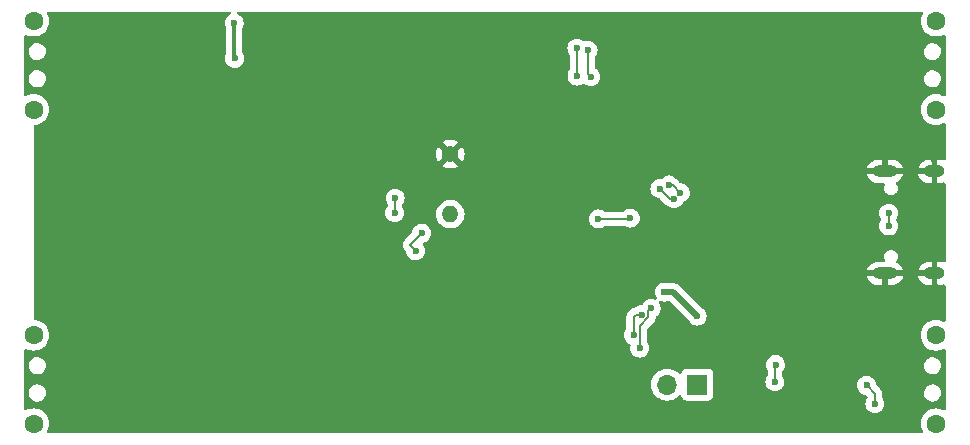
<source format=gbr>
%TF.GenerationSoftware,KiCad,Pcbnew,7.0.9*%
%TF.CreationDate,2023-12-04T16:41:43+01:00*%
%TF.ProjectId,USB E-Paper thing,55534220-452d-4506-9170-657220746869,rev?*%
%TF.SameCoordinates,Original*%
%TF.FileFunction,Copper,L2,Bot*%
%TF.FilePolarity,Positive*%
%FSLAX46Y46*%
G04 Gerber Fmt 4.6, Leading zero omitted, Abs format (unit mm)*
G04 Created by KiCad (PCBNEW 7.0.9) date 2023-12-04 16:41:43*
%MOMM*%
%LPD*%
G01*
G04 APERTURE LIST*
%TA.AperFunction,ComponentPad*%
%ADD10C,1.600000*%
%TD*%
%TA.AperFunction,ComponentPad*%
%ADD11C,1.400000*%
%TD*%
%TA.AperFunction,ComponentPad*%
%ADD12O,1.400000X1.400000*%
%TD*%
%TA.AperFunction,ComponentPad*%
%ADD13O,2.100000X1.000000*%
%TD*%
%TA.AperFunction,ComponentPad*%
%ADD14O,1.800000X1.000000*%
%TD*%
%TA.AperFunction,ComponentPad*%
%ADD15R,1.700000X1.700000*%
%TD*%
%TA.AperFunction,ComponentPad*%
%ADD16O,1.700000X1.700000*%
%TD*%
%TA.AperFunction,ViaPad*%
%ADD17C,0.600000*%
%TD*%
%TA.AperFunction,Conductor*%
%ADD18C,0.500000*%
%TD*%
%TA.AperFunction,Conductor*%
%ADD19C,0.300000*%
%TD*%
%TA.AperFunction,Conductor*%
%ADD20C,0.200000*%
%TD*%
G04 APERTURE END LIST*
D10*
%TO.P,SW3,*%
%TO.N,*%
X77700000Y35400000D03*
X77700000Y27900000D03*
%TD*%
D11*
%TO.P,TH1,1*%
%TO.N,GND*%
X36576000Y24130000D03*
D12*
%TO.P,TH1,2*%
%TO.N,Net-(U3-TEMP)*%
X36576000Y19050000D03*
%TD*%
D10*
%TO.P,SW4,*%
%TO.N,*%
X77700000Y8800000D03*
X77700000Y1300000D03*
%TD*%
%TO.P,SW1,*%
%TO.N,*%
X1300000Y27900000D03*
X1300000Y35400000D03*
%TD*%
%TO.P,SW2,*%
%TO.N,*%
X1300000Y1300000D03*
X1300000Y8800000D03*
%TD*%
D13*
%TO.P,J6,S1,SHIELD*%
%TO.N,GND*%
X73365000Y14030000D03*
D14*
X77565000Y14030000D03*
D13*
X73365000Y22670000D03*
D14*
X77565000Y22670000D03*
%TD*%
D15*
%TO.P,J8,1,Pin_1*%
%TO.N,Net-(J8-Pin_1)*%
X57480000Y4620000D03*
D16*
%TO.P,J8,2,Pin_2*%
%TO.N,+3V0*%
X54940000Y4620000D03*
%TD*%
D17*
%TO.N,GND*%
X65620000Y16080000D03*
X66320000Y15450000D03*
X68410000Y15570000D03*
X69130000Y15400000D03*
X58423000Y24266752D03*
X71020000Y14470000D03*
X40470000Y8090000D03*
X71800000Y9540000D03*
X56250000Y25220000D03*
X17580000Y21140000D03*
X52510000Y12040000D03*
X14300000Y22840000D03*
X58668790Y22613499D03*
X60450000Y2250000D03*
X15787009Y11920000D03*
X11150000Y20500000D03*
X42090000Y31310000D03*
X68420000Y27570000D03*
X71010000Y15190000D03*
X14170000Y14080000D03*
X42100524Y30670923D03*
X66220000Y8360000D03*
X53500000Y30210000D03*
X41570000Y18440000D03*
X71690000Y15220000D03*
X60510000Y11020000D03*
X46340000Y21410000D03*
X77550000Y23700000D03*
X71790000Y8590000D03*
X70970000Y22280000D03*
X56189110Y21980599D03*
X59970000Y8130000D03*
X72810000Y12200000D03*
X71610000Y21550000D03*
X65270013Y8180013D03*
X46070000Y26000000D03*
X66720000Y24000000D03*
X65270000Y13700000D03*
X21860000Y12000000D03*
X11180000Y15480000D03*
X63944000Y20998000D03*
X72562646Y24417354D03*
X70980000Y21540000D03*
X66230000Y9330000D03*
X77600000Y12970000D03*
X61433000Y15070000D03*
X70900026Y18360026D03*
X21110000Y3760000D03*
X23590000Y24070000D03*
X14310000Y25100000D03*
X52817764Y19980233D03*
X14217354Y20577354D03*
X47240000Y27380000D03*
X37870000Y8630000D03*
X50999340Y21690000D03*
X46850000Y7220000D03*
X52690000Y30210000D03*
X44550000Y8230000D03*
X43240000Y3780000D03*
X42550000Y8260000D03*
%TO.N,+3V0*%
X18270000Y35230000D03*
X18320000Y32232000D03*
X54700002Y12454066D03*
X57470000Y10410000D03*
%TO.N,/VBUS*%
X71810000Y4562500D03*
X72520000Y2980000D03*
X64054648Y4855574D03*
X64110000Y6300000D03*
%TO.N,/WAKEUP*%
X51810000Y18720000D03*
X49113663Y18641379D03*
%TO.N,+BATT*%
X47300000Y30740002D03*
X47280000Y33101000D03*
%TO.N,/SCLK*%
X31900000Y20400000D03*
X31860000Y19170000D03*
%TO.N,/NRST*%
X55506309Y20362659D03*
X54315380Y21199038D03*
X53580000Y11080000D03*
X52610000Y7700000D03*
%TO.N,Net-(U3-TEMP)*%
X48460000Y30687341D03*
X48230000Y32930000D03*
%TO.N,/VBUS_PRESENT*%
X56053964Y20851960D03*
X55080000Y21519998D03*
%TO.N,/Power/USB_IN_D+*%
X73693000Y18048724D03*
X73692418Y19127000D03*
%TO.N,Net-(U1-PA14)*%
X52083000Y8801574D03*
X52790000Y10550000D03*
%TO.N,/~{CS}*%
X34150000Y17450000D03*
X33633709Y15953768D03*
%TD*%
D18*
%TO.N,+3V0*%
X55425934Y12454066D02*
X54700002Y12454066D01*
D19*
X18270000Y35230000D02*
X18270000Y32282000D01*
X18270000Y32282000D02*
X18320000Y32232000D01*
D18*
X57470000Y10410000D02*
X55425934Y12454066D01*
D20*
%TO.N,/VBUS*%
X72520000Y3852500D02*
X71810000Y4562500D01*
X72520000Y2980000D02*
X72520000Y3852500D01*
X64054648Y6244648D02*
X64110000Y6300000D01*
X64054648Y4855574D02*
X64054648Y6244648D01*
%TO.N,/WAKEUP*%
X49113663Y18641379D02*
X51731379Y18641379D01*
X51731379Y18641379D02*
X51810000Y18720000D01*
%TO.N,+BATT*%
X47280000Y30760002D02*
X47300000Y30740002D01*
X47280000Y33101000D02*
X47280000Y30760002D01*
%TO.N,/SCLK*%
X31860000Y20360000D02*
X31900000Y20400000D01*
X31860000Y19170000D02*
X31860000Y20360000D01*
%TO.N,/NRST*%
X53350000Y10850000D02*
X53350000Y10310000D01*
X53350000Y10310000D02*
X52610000Y9570000D01*
X53580000Y11080000D02*
X53350000Y10850000D01*
X54315380Y21199038D02*
X55151759Y20362659D01*
X52610000Y9570000D02*
X52610000Y7700000D01*
X55151759Y20362659D02*
X55506309Y20362659D01*
%TO.N,Net-(U3-TEMP)*%
X48230000Y32930000D02*
X48230000Y30917341D01*
X48230000Y30917341D02*
X48460000Y30687341D01*
%TO.N,/VBUS_PRESENT*%
X55385926Y21519998D02*
X55080000Y21519998D01*
X56053964Y20851960D02*
X55385926Y21519998D01*
%TO.N,/Power/USB_IN_D+*%
X73692418Y18049306D02*
X73693000Y18048724D01*
X73692418Y19127000D02*
X73692418Y18049306D01*
%TO.N,Net-(U1-PA14)*%
X52790000Y10550000D02*
X52279000Y10550000D01*
X52279000Y10550000D02*
X52083000Y10354000D01*
X52083000Y10354000D02*
X52083000Y8801574D01*
%TO.N,/~{CS}*%
X33160000Y16460000D02*
X34150000Y17450000D01*
X33633709Y15953768D02*
X33160000Y16427477D01*
X33160000Y16427477D02*
X33160000Y16460000D01*
%TD*%
%TA.AperFunction,Conductor*%
%TO.N,GND*%
G36*
X17954190Y36179815D02*
G01*
X17999945Y36127011D01*
X18009889Y36057853D01*
X17980864Y35994297D01*
X17928105Y35958458D01*
X17920478Y35955790D01*
X17767737Y35859816D01*
X17640184Y35732263D01*
X17544211Y35579524D01*
X17484631Y35409255D01*
X17484630Y35409250D01*
X17464435Y35230004D01*
X17464435Y35229997D01*
X17484630Y35050751D01*
X17484631Y35050746D01*
X17544211Y34880476D01*
X17600493Y34790906D01*
X17619500Y34724933D01*
X17619500Y32657493D01*
X17600494Y32591522D01*
X17594209Y32581521D01*
X17534633Y32411263D01*
X17534630Y32411250D01*
X17514435Y32232004D01*
X17514435Y32231997D01*
X17534630Y32052751D01*
X17534631Y32052746D01*
X17594211Y31882477D01*
X17690184Y31729738D01*
X17817738Y31602184D01*
X17970478Y31506211D01*
X18140745Y31446632D01*
X18140750Y31446631D01*
X18319996Y31426435D01*
X18320000Y31426435D01*
X18320004Y31426435D01*
X18499249Y31446631D01*
X18499252Y31446632D01*
X18499255Y31446632D01*
X18669522Y31506211D01*
X18822262Y31602184D01*
X18949816Y31729738D01*
X19045789Y31882478D01*
X19105368Y32052745D01*
X19105369Y32052751D01*
X19125565Y32231997D01*
X19125565Y32232004D01*
X19105369Y32411250D01*
X19105368Y32411255D01*
X19097136Y32434781D01*
X19045789Y32581522D01*
X19040141Y32590510D01*
X18949813Y32734266D01*
X18947550Y32737104D01*
X18946659Y32739285D01*
X18946111Y32740158D01*
X18946264Y32740255D01*
X18921144Y32801791D01*
X18920500Y32814413D01*
X18920500Y33100997D01*
X46474435Y33100997D01*
X46494630Y32921751D01*
X46494631Y32921746D01*
X46554211Y32751477D01*
X46650185Y32598737D01*
X46652445Y32595903D01*
X46653334Y32593725D01*
X46653889Y32592842D01*
X46653734Y32592745D01*
X46678855Y32531217D01*
X46679500Y32518588D01*
X46679500Y31292815D01*
X46660494Y31226843D01*
X46574211Y31089526D01*
X46514631Y30919257D01*
X46514630Y30919252D01*
X46494435Y30740006D01*
X46494435Y30739999D01*
X46514630Y30560753D01*
X46514631Y30560748D01*
X46574211Y30390479D01*
X46670184Y30237740D01*
X46797738Y30110186D01*
X46950478Y30014213D01*
X47120745Y29954634D01*
X47120750Y29954633D01*
X47299996Y29934437D01*
X47300000Y29934437D01*
X47300004Y29934437D01*
X47479249Y29954633D01*
X47479252Y29954634D01*
X47479255Y29954634D01*
X47649522Y30014213D01*
X47781673Y30097250D01*
X47848909Y30116250D01*
X47915744Y30095883D01*
X47935326Y30079937D01*
X47957738Y30057525D01*
X48026667Y30014214D01*
X48051290Y29998742D01*
X48110478Y29961552D01*
X48280745Y29901973D01*
X48280750Y29901972D01*
X48459996Y29881776D01*
X48460000Y29881776D01*
X48460004Y29881776D01*
X48639249Y29901972D01*
X48639252Y29901973D01*
X48639255Y29901973D01*
X48809522Y29961552D01*
X48962262Y30057525D01*
X49089816Y30185079D01*
X49185789Y30337819D01*
X49227678Y30457531D01*
X76670796Y30457531D01*
X76670797Y30457529D01*
X76700245Y30290515D01*
X76700246Y30290512D01*
X76700247Y30290508D01*
X76723009Y30237740D01*
X76767421Y30134781D01*
X76785730Y30110187D01*
X76868698Y29998742D01*
X76998617Y29889727D01*
X77150175Y29813612D01*
X77315201Y29774500D01*
X77315203Y29774500D01*
X77442249Y29774500D01*
X77442256Y29774500D01*
X77568451Y29789250D01*
X77727820Y29847256D01*
X77869517Y29940451D01*
X77985902Y30063812D01*
X78070701Y30210688D01*
X78119342Y30373161D01*
X78129203Y30542471D01*
X78099753Y30709492D01*
X78032579Y30865219D01*
X77931302Y31001258D01*
X77801383Y31110273D01*
X77800066Y31110935D01*
X77649828Y31186387D01*
X77649826Y31186388D01*
X77649825Y31186388D01*
X77484799Y31225500D01*
X77357744Y31225500D01*
X77247323Y31212594D01*
X77231548Y31210750D01*
X77072181Y31152745D01*
X77007607Y31110274D01*
X76930483Y31059549D01*
X76930482Y31059549D01*
X76930482Y31059548D01*
X76814098Y30936190D01*
X76729300Y30789315D01*
X76680658Y30626841D01*
X76680657Y30626835D01*
X76670796Y30457531D01*
X49227678Y30457531D01*
X49245368Y30508086D01*
X49245369Y30508092D01*
X49265565Y30687338D01*
X49265565Y30687345D01*
X49245369Y30866591D01*
X49245368Y30866596D01*
X49198249Y31001255D01*
X49185789Y31036863D01*
X49171534Y31059549D01*
X49112975Y31152745D01*
X49089816Y31189603D01*
X48962262Y31317157D01*
X48962259Y31317159D01*
X48888527Y31363489D01*
X48842236Y31415824D01*
X48830500Y31468482D01*
X48830500Y32347588D01*
X48850185Y32414627D01*
X48857555Y32424903D01*
X48859810Y32427733D01*
X48859816Y32427738D01*
X48955789Y32580478D01*
X49015368Y32750745D01*
X49015369Y32750751D01*
X49016133Y32757529D01*
X76670797Y32757529D01*
X76700245Y32590515D01*
X76700246Y32590512D01*
X76700247Y32590508D01*
X76767421Y32434781D01*
X76868698Y32298742D01*
X76998617Y32189727D01*
X77150175Y32113612D01*
X77315201Y32074500D01*
X77315203Y32074500D01*
X77442249Y32074500D01*
X77442256Y32074500D01*
X77568451Y32089250D01*
X77727820Y32147256D01*
X77869517Y32240451D01*
X77985902Y32363812D01*
X78070701Y32510688D01*
X78119342Y32673161D01*
X78129203Y32842471D01*
X78099753Y33009492D01*
X78032579Y33165219D01*
X77931302Y33301258D01*
X77801383Y33410273D01*
X77757597Y33432263D01*
X77649828Y33486387D01*
X77649826Y33486388D01*
X77649825Y33486388D01*
X77484799Y33525500D01*
X77357744Y33525500D01*
X77247323Y33512594D01*
X77231548Y33510750D01*
X77072181Y33452745D01*
X77041040Y33432263D01*
X76930483Y33359549D01*
X76930482Y33359549D01*
X76930482Y33359548D01*
X76814098Y33236190D01*
X76729300Y33089315D01*
X76680658Y32926841D01*
X76680657Y32926835D01*
X76670797Y32757532D01*
X76670797Y32757529D01*
X49016133Y32757529D01*
X49035565Y32929997D01*
X49035565Y32930004D01*
X49015369Y33109250D01*
X49015368Y33109255D01*
X48970952Y33236188D01*
X48955789Y33279522D01*
X48955328Y33280255D01*
X48905505Y33359549D01*
X48859816Y33432262D01*
X48732262Y33559816D01*
X48579523Y33655789D01*
X48409254Y33715369D01*
X48409249Y33715370D01*
X48230004Y33735565D01*
X48229996Y33735565D01*
X48050750Y33715370D01*
X48050742Y33715368D01*
X47936840Y33675512D01*
X47867061Y33671951D01*
X47808205Y33704873D01*
X47782262Y33730816D01*
X47629523Y33826789D01*
X47459254Y33886369D01*
X47459249Y33886370D01*
X47280004Y33906565D01*
X47279996Y33906565D01*
X47100750Y33886370D01*
X47100745Y33886369D01*
X46930476Y33826789D01*
X46777737Y33730816D01*
X46650184Y33603263D01*
X46554211Y33450524D01*
X46494631Y33280255D01*
X46494630Y33280250D01*
X46474435Y33101004D01*
X46474435Y33100997D01*
X18920500Y33100997D01*
X18920500Y34724933D01*
X18939507Y34790906D01*
X18995788Y34880476D01*
X18995789Y34880478D01*
X19055368Y35050745D01*
X19069177Y35173303D01*
X19075565Y35229997D01*
X19075565Y35230004D01*
X19055369Y35409250D01*
X19055368Y35409255D01*
X18995788Y35579524D01*
X18899815Y35732263D01*
X18772262Y35859816D01*
X18619521Y35955790D01*
X18611895Y35958458D01*
X18555119Y35999179D01*
X18529371Y36064132D01*
X18542827Y36132693D01*
X18591213Y36183097D01*
X18652849Y36199500D01*
X76443229Y36199500D01*
X76510268Y36179815D01*
X76556023Y36127011D01*
X76565967Y36057853D01*
X76555611Y36023095D01*
X76473262Y35846498D01*
X76473258Y35846489D01*
X76414366Y35626698D01*
X76414364Y35626687D01*
X76394532Y35400002D01*
X76394532Y35399999D01*
X76414364Y35173314D01*
X76414366Y35173303D01*
X76473258Y34953512D01*
X76473261Y34953503D01*
X76569431Y34747268D01*
X76569432Y34747266D01*
X76699954Y34560859D01*
X76860858Y34399955D01*
X76860861Y34399953D01*
X77047266Y34269432D01*
X77253504Y34173261D01*
X77473308Y34114365D01*
X77635230Y34100199D01*
X77699998Y34094532D01*
X77700000Y34094532D01*
X77700002Y34094532D01*
X77756673Y34099491D01*
X77926692Y34114365D01*
X78146496Y34173261D01*
X78323095Y34255611D01*
X78392173Y34266103D01*
X78455957Y34237583D01*
X78494196Y34179107D01*
X78499500Y34143229D01*
X78499500Y29156771D01*
X78479815Y29089732D01*
X78427011Y29043977D01*
X78357853Y29034033D01*
X78323095Y29044389D01*
X78225857Y29089732D01*
X78146496Y29126739D01*
X78146492Y29126740D01*
X78146488Y29126742D01*
X77926697Y29185634D01*
X77926693Y29185635D01*
X77926692Y29185635D01*
X77926691Y29185636D01*
X77926686Y29185636D01*
X77700002Y29205468D01*
X77699998Y29205468D01*
X77473313Y29185636D01*
X77473302Y29185634D01*
X77253511Y29126742D01*
X77253502Y29126739D01*
X77047267Y29030569D01*
X77047265Y29030568D01*
X76860858Y28900046D01*
X76699954Y28739142D01*
X76569432Y28552735D01*
X76569431Y28552733D01*
X76473261Y28346498D01*
X76473258Y28346489D01*
X76414366Y28126698D01*
X76414364Y28126687D01*
X76394532Y27900002D01*
X76394532Y27899999D01*
X76414364Y27673314D01*
X76414366Y27673303D01*
X76473258Y27453512D01*
X76473261Y27453503D01*
X76569431Y27247268D01*
X76569432Y27247266D01*
X76699954Y27060859D01*
X76860858Y26899955D01*
X76860861Y26899953D01*
X77047266Y26769432D01*
X77253504Y26673261D01*
X77473308Y26614365D01*
X77635230Y26600199D01*
X77699998Y26594532D01*
X77700000Y26594532D01*
X77700002Y26594532D01*
X77756673Y26599491D01*
X77926692Y26614365D01*
X78146496Y26673261D01*
X78323095Y26755611D01*
X78392173Y26766103D01*
X78455957Y26737583D01*
X78494196Y26679107D01*
X78499500Y26643229D01*
X78499500Y23716966D01*
X78479815Y23649927D01*
X78427011Y23604172D01*
X78357853Y23594228D01*
X78326600Y23603015D01*
X78265907Y23629060D01*
X78066690Y23670000D01*
X77815000Y23670000D01*
X77815000Y22970000D01*
X77315000Y22970000D01*
X77315000Y23670000D01*
X77114287Y23670000D01*
X76962661Y23654582D01*
X76768618Y23593701D01*
X76768608Y23593696D01*
X76590784Y23494995D01*
X76590783Y23494995D01*
X76436469Y23362522D01*
X76436468Y23362521D01*
X76311981Y23201696D01*
X76222411Y23019094D01*
X76196754Y22920000D01*
X76998889Y22920000D01*
X76959390Y22895543D01*
X76891799Y22806038D01*
X76861105Y22698160D01*
X76871454Y22586479D01*
X76921448Y22486078D01*
X76993931Y22420000D01*
X76191634Y22420000D01*
X76191931Y22418054D01*
X76191933Y22418048D01*
X76262562Y22227343D01*
X76262565Y22227336D01*
X76370149Y22054733D01*
X76510264Y21907332D01*
X76510266Y21907331D01*
X76677195Y21791144D01*
X76864092Y21710941D01*
X77063310Y21670000D01*
X77315000Y21670000D01*
X77315000Y22370000D01*
X77815000Y22370000D01*
X77815000Y21670000D01*
X78015713Y21670000D01*
X78167338Y21685419D01*
X78338379Y21739083D01*
X78408237Y21740371D01*
X78467701Y21703685D01*
X78497892Y21640675D01*
X78499500Y21620770D01*
X78499500Y15076966D01*
X78479815Y15009927D01*
X78427011Y14964172D01*
X78357853Y14954228D01*
X78326600Y14963015D01*
X78265907Y14989060D01*
X78066690Y15030000D01*
X77815000Y15030000D01*
X77815000Y14330000D01*
X77315000Y14330000D01*
X77315000Y15030000D01*
X77114287Y15030000D01*
X76962661Y15014582D01*
X76768618Y14953701D01*
X76768608Y14953696D01*
X76590784Y14854995D01*
X76590783Y14854995D01*
X76436469Y14722522D01*
X76436468Y14722521D01*
X76311981Y14561696D01*
X76222411Y14379094D01*
X76196754Y14280000D01*
X76998889Y14280000D01*
X76959390Y14255543D01*
X76891799Y14166038D01*
X76861105Y14058160D01*
X76871454Y13946479D01*
X76921448Y13846078D01*
X76993931Y13780000D01*
X76191634Y13780000D01*
X76191931Y13778054D01*
X76191933Y13778048D01*
X76262562Y13587343D01*
X76262565Y13587336D01*
X76370149Y13414733D01*
X76510264Y13267332D01*
X76510266Y13267331D01*
X76677195Y13151144D01*
X76864092Y13070941D01*
X77063310Y13030000D01*
X77315000Y13030000D01*
X77315000Y13730000D01*
X77815000Y13730000D01*
X77815000Y13030000D01*
X78015713Y13030000D01*
X78167338Y13045419D01*
X78338379Y13099083D01*
X78408237Y13100371D01*
X78467701Y13063685D01*
X78497892Y13000675D01*
X78499500Y12980770D01*
X78499500Y10056771D01*
X78479815Y9989732D01*
X78427011Y9943977D01*
X78357853Y9934033D01*
X78323095Y9944389D01*
X78225857Y9989732D01*
X78146496Y10026739D01*
X78146492Y10026740D01*
X78146488Y10026742D01*
X77926697Y10085634D01*
X77926693Y10085635D01*
X77926692Y10085635D01*
X77926691Y10085636D01*
X77926686Y10085636D01*
X77700002Y10105468D01*
X77699998Y10105468D01*
X77473313Y10085636D01*
X77473302Y10085634D01*
X77253511Y10026742D01*
X77253502Y10026739D01*
X77047267Y9930569D01*
X77047265Y9930568D01*
X76860858Y9800046D01*
X76699954Y9639142D01*
X76569432Y9452735D01*
X76569431Y9452733D01*
X76473261Y9246498D01*
X76473258Y9246489D01*
X76414366Y9026698D01*
X76414364Y9026687D01*
X76394532Y8800002D01*
X76394532Y8799999D01*
X76414364Y8573314D01*
X76414366Y8573303D01*
X76473258Y8353512D01*
X76473261Y8353503D01*
X76569431Y8147268D01*
X76569432Y8147266D01*
X76699954Y7960859D01*
X76860858Y7799955D01*
X76860861Y7799953D01*
X77047266Y7669432D01*
X77253504Y7573261D01*
X77473308Y7514365D01*
X77635230Y7500199D01*
X77699998Y7494532D01*
X77700000Y7494532D01*
X77700002Y7494532D01*
X77756673Y7499491D01*
X77926692Y7514365D01*
X78146496Y7573261D01*
X78323095Y7655611D01*
X78392173Y7666103D01*
X78455957Y7637583D01*
X78494196Y7579107D01*
X78499500Y7543229D01*
X78499500Y2556771D01*
X78479815Y2489732D01*
X78427011Y2443977D01*
X78357853Y2434033D01*
X78323095Y2444389D01*
X78225857Y2489732D01*
X78146496Y2526739D01*
X78146492Y2526740D01*
X78146488Y2526742D01*
X77926697Y2585634D01*
X77926693Y2585635D01*
X77926692Y2585635D01*
X77926691Y2585636D01*
X77926686Y2585636D01*
X77700002Y2605468D01*
X77699998Y2605468D01*
X77473313Y2585636D01*
X77473302Y2585634D01*
X77253511Y2526742D01*
X77253502Y2526739D01*
X77047267Y2430569D01*
X77047265Y2430568D01*
X76860858Y2300046D01*
X76699954Y2139142D01*
X76569432Y1952735D01*
X76569431Y1952733D01*
X76473261Y1746498D01*
X76473258Y1746489D01*
X76414366Y1526698D01*
X76414364Y1526687D01*
X76394532Y1300002D01*
X76394532Y1299999D01*
X76414364Y1073314D01*
X76414366Y1073303D01*
X76473258Y853512D01*
X76473260Y853508D01*
X76473261Y853504D01*
X76553334Y681787D01*
X76555611Y676905D01*
X76566103Y607827D01*
X76537583Y544043D01*
X76479107Y505804D01*
X76443229Y500500D01*
X2556771Y500500D01*
X2489732Y520185D01*
X2443977Y572989D01*
X2434033Y642147D01*
X2444389Y676905D01*
X2445195Y678635D01*
X2526739Y853504D01*
X2585635Y1073308D01*
X2605468Y1300000D01*
X2585635Y1526692D01*
X2526739Y1746496D01*
X2430568Y1952734D01*
X2300047Y2139139D01*
X2300045Y2139142D01*
X2139141Y2300046D01*
X1952734Y2430568D01*
X1952732Y2430569D01*
X1746497Y2526739D01*
X1746488Y2526742D01*
X1526697Y2585634D01*
X1526693Y2585635D01*
X1526692Y2585635D01*
X1526691Y2585636D01*
X1526686Y2585636D01*
X1300002Y2605468D01*
X1299998Y2605468D01*
X1073313Y2585636D01*
X1073302Y2585634D01*
X853511Y2526742D01*
X853502Y2526738D01*
X676905Y2444389D01*
X607827Y2433897D01*
X544043Y2462417D01*
X505804Y2520893D01*
X500500Y2556771D01*
X500500Y3857531D01*
X870796Y3857531D01*
X870797Y3857529D01*
X900245Y3690515D01*
X900246Y3690512D01*
X900247Y3690508D01*
X967421Y3534781D01*
X1068698Y3398742D01*
X1198617Y3289727D01*
X1350175Y3213612D01*
X1515201Y3174500D01*
X1515203Y3174500D01*
X1642249Y3174500D01*
X1642256Y3174500D01*
X1768451Y3189250D01*
X1927820Y3247256D01*
X2069517Y3340451D01*
X2185902Y3463812D01*
X2270701Y3610688D01*
X2319342Y3773161D01*
X2329203Y3942471D01*
X2299753Y4109492D01*
X2232579Y4265219D01*
X2131302Y4401258D01*
X2001383Y4510273D01*
X2000066Y4510935D01*
X1849828Y4586387D01*
X1849826Y4586388D01*
X1849825Y4586388D01*
X1708005Y4620000D01*
X53584341Y4620000D01*
X53604936Y4384597D01*
X53604938Y4384587D01*
X53666094Y4156345D01*
X53666096Y4156341D01*
X53666097Y4156337D01*
X53734680Y4009261D01*
X53765965Y3942170D01*
X53765967Y3942166D01*
X53859161Y3809072D01*
X53901505Y3748599D01*
X54068599Y3581505D01*
X54165384Y3513735D01*
X54262165Y3445968D01*
X54262167Y3445967D01*
X54262170Y3445965D01*
X54476337Y3346097D01*
X54704592Y3284937D01*
X54881034Y3269500D01*
X54939999Y3264341D01*
X54940000Y3264341D01*
X54940001Y3264341D01*
X54998966Y3269500D01*
X55175408Y3284937D01*
X55403663Y3346097D01*
X55617830Y3445965D01*
X55811401Y3581505D01*
X55933329Y3703434D01*
X55994648Y3736916D01*
X56064340Y3731932D01*
X56120274Y3690061D01*
X56137189Y3659083D01*
X56186202Y3527672D01*
X56186206Y3527665D01*
X56272452Y3412456D01*
X56272455Y3412453D01*
X56387664Y3326207D01*
X56387671Y3326203D01*
X56522517Y3275909D01*
X56522516Y3275909D01*
X56529444Y3275165D01*
X56582127Y3269500D01*
X58377872Y3269501D01*
X58437483Y3275909D01*
X58572331Y3326204D01*
X58687546Y3412454D01*
X58773796Y3527669D01*
X58824091Y3662517D01*
X58830500Y3722127D01*
X58830499Y4855571D01*
X63249083Y4855571D01*
X63269278Y4676325D01*
X63269279Y4676320D01*
X63328859Y4506051D01*
X63406020Y4383251D01*
X63424832Y4353312D01*
X63552386Y4225758D01*
X63705126Y4129785D01*
X63875393Y4070206D01*
X63875398Y4070205D01*
X64054644Y4050009D01*
X64054648Y4050009D01*
X64054652Y4050009D01*
X64233897Y4070205D01*
X64233900Y4070206D01*
X64233903Y4070206D01*
X64404170Y4129785D01*
X64556910Y4225758D01*
X64684464Y4353312D01*
X64780437Y4506052D01*
X64800188Y4562497D01*
X71004435Y4562497D01*
X71024630Y4383251D01*
X71024631Y4383246D01*
X71084211Y4212977D01*
X71149236Y4109491D01*
X71180184Y4060238D01*
X71307738Y3932684D01*
X71460478Y3836711D01*
X71630745Y3777132D01*
X71717669Y3767339D01*
X71782080Y3740274D01*
X71791465Y3731800D01*
X71878740Y3644525D01*
X71912225Y3583202D01*
X71907241Y3513510D01*
X71893152Y3488621D01*
X71893889Y3488158D01*
X71890184Y3482263D01*
X71890184Y3482262D01*
X71874995Y3458090D01*
X71794211Y3329524D01*
X71734631Y3159255D01*
X71734630Y3159250D01*
X71714435Y2980004D01*
X71714435Y2979997D01*
X71734630Y2800751D01*
X71734631Y2800746D01*
X71794211Y2630477D01*
X71859395Y2526738D01*
X71890184Y2477738D01*
X72017738Y2350184D01*
X72170478Y2254211D01*
X72340745Y2194632D01*
X72340750Y2194631D01*
X72519996Y2174435D01*
X72520000Y2174435D01*
X72520004Y2174435D01*
X72699249Y2194631D01*
X72699252Y2194632D01*
X72699255Y2194632D01*
X72869522Y2254211D01*
X73022262Y2350184D01*
X73149816Y2477738D01*
X73245789Y2630478D01*
X73305368Y2800745D01*
X73325565Y2980000D01*
X73305368Y3159255D01*
X73245789Y3329522D01*
X73235375Y3346095D01*
X73172621Y3445968D01*
X73149816Y3482262D01*
X73149814Y3482264D01*
X73149813Y3482266D01*
X73147550Y3485104D01*
X73146659Y3487285D01*
X73146111Y3488158D01*
X73146264Y3488255D01*
X73121144Y3549791D01*
X73120500Y3562413D01*
X73120500Y3809072D01*
X73121031Y3817174D01*
X73125682Y3852501D01*
X73125682Y3852502D01*
X73125020Y3857531D01*
X76670796Y3857531D01*
X76670797Y3857529D01*
X76700245Y3690515D01*
X76700246Y3690512D01*
X76700247Y3690508D01*
X76767421Y3534781D01*
X76868698Y3398742D01*
X76998617Y3289727D01*
X77150175Y3213612D01*
X77315201Y3174500D01*
X77315203Y3174500D01*
X77442249Y3174500D01*
X77442256Y3174500D01*
X77568451Y3189250D01*
X77727820Y3247256D01*
X77869517Y3340451D01*
X77985902Y3463812D01*
X78070701Y3610688D01*
X78119342Y3773161D01*
X78129203Y3942471D01*
X78099753Y4109492D01*
X78032579Y4265219D01*
X77931302Y4401258D01*
X77801383Y4510273D01*
X77800066Y4510935D01*
X77649828Y4586387D01*
X77649826Y4586388D01*
X77649825Y4586388D01*
X77484799Y4625500D01*
X77357744Y4625500D01*
X77247323Y4612594D01*
X77231548Y4610750D01*
X77072181Y4552745D01*
X77007607Y4510274D01*
X76930483Y4459549D01*
X76930482Y4459549D01*
X76930482Y4459548D01*
X76814098Y4336190D01*
X76729300Y4189315D01*
X76680658Y4026841D01*
X76680657Y4026835D01*
X76670796Y3857531D01*
X73125020Y3857531D01*
X73105044Y4009261D01*
X73105042Y4009266D01*
X73097762Y4026841D01*
X73044538Y4155337D01*
X73044538Y4155338D01*
X73044536Y4155341D01*
X73018469Y4189312D01*
X72948282Y4280782D01*
X72920005Y4302480D01*
X72913904Y4307831D01*
X72640700Y4581035D01*
X72607215Y4642358D01*
X72605163Y4654814D01*
X72595368Y4741755D01*
X72535789Y4912022D01*
X72439816Y5064762D01*
X72312262Y5192316D01*
X72291920Y5205098D01*
X72159523Y5288289D01*
X71989254Y5347869D01*
X71989249Y5347870D01*
X71810004Y5368065D01*
X71809996Y5368065D01*
X71630750Y5347870D01*
X71630745Y5347869D01*
X71460476Y5288289D01*
X71307737Y5192316D01*
X71180184Y5064763D01*
X71084211Y4912024D01*
X71024631Y4741755D01*
X71024630Y4741750D01*
X71004435Y4562504D01*
X71004435Y4562497D01*
X64800188Y4562497D01*
X64840016Y4676319D01*
X64840017Y4676325D01*
X64860213Y4855571D01*
X64860213Y4855578D01*
X64840017Y5034824D01*
X64840016Y5034829D01*
X64822928Y5083663D01*
X64780437Y5205096D01*
X64684464Y5357836D01*
X64684462Y5357838D01*
X64684461Y5357840D01*
X64682198Y5360678D01*
X64681307Y5362859D01*
X64680759Y5363732D01*
X64680912Y5363829D01*
X64655792Y5425365D01*
X64655148Y5437987D01*
X64655148Y5661708D01*
X64674833Y5728747D01*
X64691467Y5749389D01*
X64705890Y5763812D01*
X64739816Y5797738D01*
X64835789Y5950478D01*
X64895368Y6120745D01*
X64899513Y6157531D01*
X76670796Y6157531D01*
X76670797Y6157529D01*
X76700245Y5990515D01*
X76700246Y5990512D01*
X76700247Y5990508D01*
X76767421Y5834781D01*
X76868698Y5698742D01*
X76998617Y5589727D01*
X77150175Y5513612D01*
X77315201Y5474500D01*
X77315203Y5474500D01*
X77442249Y5474500D01*
X77442256Y5474500D01*
X77568451Y5489250D01*
X77727820Y5547256D01*
X77869517Y5640451D01*
X77985902Y5763812D01*
X78070701Y5910688D01*
X78119342Y6073161D01*
X78129203Y6242471D01*
X78099753Y6409492D01*
X78032579Y6565219D01*
X77931302Y6701258D01*
X77801383Y6810273D01*
X77800066Y6810935D01*
X77649828Y6886387D01*
X77649826Y6886388D01*
X77649825Y6886388D01*
X77484799Y6925500D01*
X77357744Y6925500D01*
X77247323Y6912594D01*
X77231548Y6910750D01*
X77072181Y6852745D01*
X77007607Y6810274D01*
X76930483Y6759549D01*
X76930482Y6759549D01*
X76930482Y6759548D01*
X76814098Y6636190D01*
X76729300Y6489315D01*
X76680658Y6326841D01*
X76680657Y6326835D01*
X76670796Y6157531D01*
X64899513Y6157531D01*
X64909083Y6242471D01*
X64915565Y6299997D01*
X64915565Y6300004D01*
X64895369Y6479250D01*
X64895368Y6479255D01*
X64865288Y6565219D01*
X64835789Y6649522D01*
X64739816Y6802262D01*
X64612262Y6929816D01*
X64541608Y6974211D01*
X64459523Y7025789D01*
X64289254Y7085369D01*
X64289249Y7085370D01*
X64110004Y7105565D01*
X64109996Y7105565D01*
X63930750Y7085370D01*
X63930745Y7085369D01*
X63760476Y7025789D01*
X63607737Y6929816D01*
X63480184Y6802263D01*
X63384211Y6649524D01*
X63324631Y6479255D01*
X63324630Y6479250D01*
X63304435Y6300004D01*
X63304435Y6299997D01*
X63324630Y6120751D01*
X63324631Y6120746D01*
X63384211Y5950476D01*
X63435141Y5869424D01*
X63454148Y5803451D01*
X63454148Y5437987D01*
X63434463Y5370948D01*
X63427098Y5360678D01*
X63424834Y5357840D01*
X63328859Y5205098D01*
X63269279Y5034829D01*
X63269278Y5034824D01*
X63249083Y4855578D01*
X63249083Y4855571D01*
X58830499Y4855571D01*
X58830499Y5517872D01*
X58824091Y5577483D01*
X58822810Y5580917D01*
X58773797Y5712329D01*
X58773793Y5712336D01*
X58687547Y5827545D01*
X58687544Y5827548D01*
X58572335Y5913794D01*
X58572328Y5913798D01*
X58437482Y5964092D01*
X58437483Y5964092D01*
X58377883Y5970499D01*
X58377881Y5970500D01*
X58377873Y5970500D01*
X58377864Y5970500D01*
X56582129Y5970500D01*
X56582123Y5970499D01*
X56522516Y5964092D01*
X56387671Y5913798D01*
X56387664Y5913794D01*
X56272455Y5827548D01*
X56272452Y5827545D01*
X56186206Y5712336D01*
X56186203Y5712331D01*
X56137189Y5580917D01*
X56095317Y5524984D01*
X56029853Y5500567D01*
X55961580Y5515419D01*
X55933326Y5536570D01*
X55811402Y5658494D01*
X55811395Y5658499D01*
X55617834Y5794033D01*
X55617830Y5794035D01*
X55597637Y5803451D01*
X55403663Y5893903D01*
X55403659Y5893904D01*
X55403655Y5893906D01*
X55175413Y5955062D01*
X55175403Y5955064D01*
X54940001Y5975659D01*
X54939999Y5975659D01*
X54704596Y5955064D01*
X54704586Y5955062D01*
X54476344Y5893906D01*
X54476335Y5893902D01*
X54262171Y5794036D01*
X54262169Y5794035D01*
X54068597Y5658495D01*
X53901505Y5491403D01*
X53765965Y5297831D01*
X53765964Y5297829D01*
X53666098Y5083665D01*
X53666094Y5083656D01*
X53604938Y4855414D01*
X53604936Y4855404D01*
X53584341Y4620001D01*
X53584341Y4620000D01*
X1708005Y4620000D01*
X1684799Y4625500D01*
X1557744Y4625500D01*
X1447323Y4612594D01*
X1431548Y4610750D01*
X1272181Y4552745D01*
X1207607Y4510274D01*
X1130483Y4459549D01*
X1130482Y4459549D01*
X1130482Y4459548D01*
X1014098Y4336190D01*
X929300Y4189315D01*
X880658Y4026841D01*
X880657Y4026835D01*
X870796Y3857531D01*
X500500Y3857531D01*
X500500Y6157531D01*
X870796Y6157531D01*
X870797Y6157529D01*
X900245Y5990515D01*
X900246Y5990512D01*
X900247Y5990508D01*
X967421Y5834781D01*
X1068698Y5698742D01*
X1198617Y5589727D01*
X1350175Y5513612D01*
X1515201Y5474500D01*
X1515203Y5474500D01*
X1642249Y5474500D01*
X1642256Y5474500D01*
X1768451Y5489250D01*
X1927820Y5547256D01*
X2069517Y5640451D01*
X2185902Y5763812D01*
X2270701Y5910688D01*
X2319342Y6073161D01*
X2329203Y6242471D01*
X2299753Y6409492D01*
X2232579Y6565219D01*
X2131302Y6701258D01*
X2001383Y6810273D01*
X2000066Y6810935D01*
X1849828Y6886387D01*
X1849826Y6886388D01*
X1849825Y6886388D01*
X1684799Y6925500D01*
X1557744Y6925500D01*
X1447323Y6912594D01*
X1431548Y6910750D01*
X1272181Y6852745D01*
X1207607Y6810274D01*
X1130483Y6759549D01*
X1130482Y6759549D01*
X1130482Y6759548D01*
X1014098Y6636190D01*
X929300Y6489315D01*
X880658Y6326841D01*
X880657Y6326835D01*
X870796Y6157531D01*
X500500Y6157531D01*
X500500Y7543229D01*
X520185Y7610268D01*
X572989Y7656023D01*
X642147Y7665967D01*
X676905Y7655611D01*
X853504Y7573261D01*
X1073308Y7514365D01*
X1235230Y7500199D01*
X1299998Y7494532D01*
X1300000Y7494532D01*
X1300002Y7494532D01*
X1356673Y7499491D01*
X1526692Y7514365D01*
X1746496Y7573261D01*
X1952734Y7669432D01*
X2139139Y7799953D01*
X2300047Y7960861D01*
X2430568Y8147266D01*
X2526739Y8353504D01*
X2585635Y8573308D01*
X2605468Y8800000D01*
X2605331Y8801571D01*
X51277435Y8801571D01*
X51297630Y8622325D01*
X51297631Y8622320D01*
X51357211Y8452051D01*
X51453184Y8299312D01*
X51580738Y8171758D01*
X51619714Y8147268D01*
X51733479Y8075784D01*
X51758912Y8066885D01*
X51815689Y8026164D01*
X51841437Y7961212D01*
X51835001Y7908889D01*
X51824631Y7879253D01*
X51804435Y7700004D01*
X51804435Y7699997D01*
X51824630Y7520751D01*
X51824631Y7520746D01*
X51884211Y7350477D01*
X51980184Y7197738D01*
X52107738Y7070184D01*
X52260478Y6974211D01*
X52387352Y6929816D01*
X52430745Y6914632D01*
X52430750Y6914631D01*
X52609996Y6894435D01*
X52610000Y6894435D01*
X52610004Y6894435D01*
X52789249Y6914631D01*
X52789252Y6914632D01*
X52789255Y6914632D01*
X52959522Y6974211D01*
X53112262Y7070184D01*
X53239816Y7197738D01*
X53335789Y7350478D01*
X53395368Y7520745D01*
X53395369Y7520751D01*
X53415565Y7699997D01*
X53415565Y7700004D01*
X53395369Y7879250D01*
X53395368Y7879255D01*
X53384999Y7908889D01*
X53335789Y8049522D01*
X53319287Y8075784D01*
X53239813Y8202266D01*
X53237550Y8205104D01*
X53236659Y8207285D01*
X53236111Y8208158D01*
X53236264Y8208255D01*
X53211144Y8269791D01*
X53210500Y8282413D01*
X53210500Y9269904D01*
X53230185Y9336943D01*
X53246815Y9357581D01*
X53743923Y9854690D01*
X53749998Y9860016D01*
X53778282Y9881718D01*
X53874536Y10007159D01*
X53935044Y10153238D01*
X53950500Y10270639D01*
X53955682Y10310000D01*
X53956743Y10318058D01*
X53960228Y10317600D01*
X53975367Y10369156D01*
X54013711Y10407111D01*
X54018315Y10410004D01*
X54082262Y10450184D01*
X54209816Y10577738D01*
X54305789Y10730478D01*
X54365368Y10900745D01*
X54370231Y10943904D01*
X54385565Y11079997D01*
X54385565Y11080004D01*
X54365369Y11259250D01*
X54365368Y11259255D01*
X54305789Y11429522D01*
X54241105Y11532466D01*
X54222105Y11599703D01*
X54242473Y11666538D01*
X54295740Y11711752D01*
X54364997Y11720990D01*
X54387054Y11715479D01*
X54520739Y11668700D01*
X54520745Y11668699D01*
X54520747Y11668698D01*
X54520748Y11668698D01*
X54520752Y11668697D01*
X54699998Y11648501D01*
X54700002Y11648501D01*
X54700006Y11648501D01*
X54879251Y11668697D01*
X54879254Y11668698D01*
X54879257Y11668698D01*
X54959019Y11696609D01*
X54999974Y11703566D01*
X55063704Y11703566D01*
X55130743Y11683881D01*
X55151385Y11667247D01*
X56716692Y10101940D01*
X56739356Y10065871D01*
X56741188Y10066753D01*
X56744207Y10060484D01*
X56823662Y9934033D01*
X56840184Y9907738D01*
X56967738Y9780184D01*
X57120478Y9684211D01*
X57265765Y9633373D01*
X57290745Y9624632D01*
X57290750Y9624631D01*
X57469996Y9604435D01*
X57470000Y9604435D01*
X57470004Y9604435D01*
X57649249Y9624631D01*
X57649252Y9624632D01*
X57649255Y9624632D01*
X57819522Y9684211D01*
X57972262Y9780184D01*
X58099816Y9907738D01*
X58195789Y10060478D01*
X58255368Y10230745D01*
X58255369Y10230751D01*
X58275565Y10409997D01*
X58275565Y10410004D01*
X58255369Y10589250D01*
X58255368Y10589255D01*
X58195788Y10759524D01*
X58156582Y10821920D01*
X58099816Y10912262D01*
X57972262Y11039816D01*
X57819522Y11135789D01*
X57819518Y11135791D01*
X57813244Y11138812D01*
X57814125Y11140642D01*
X57778059Y11163308D01*
X56001663Y12939705D01*
X55989883Y12953336D01*
X55982416Y12963365D01*
X55975546Y12972594D01*
X55975544Y12972596D01*
X55935521Y13006180D01*
X55931546Y13009822D01*
X55928624Y13012744D01*
X55925714Y13015655D01*
X55899974Y13036007D01*
X55841143Y13085372D01*
X55835114Y13089337D01*
X55835146Y13089386D01*
X55828787Y13093438D01*
X55828756Y13093387D01*
X55822614Y13097175D01*
X55822612Y13097176D01*
X55822611Y13097177D01*
X55783408Y13115458D01*
X55752992Y13129642D01*
X55718828Y13146799D01*
X55684367Y13164106D01*
X55684365Y13164107D01*
X55684364Y13164107D01*
X55677579Y13166577D01*
X55677599Y13166633D01*
X55670483Y13169107D01*
X55670465Y13169051D01*
X55663605Y13171324D01*
X55635775Y13177070D01*
X55588368Y13186859D01*
X55539406Y13198463D01*
X55513653Y13204567D01*
X55506481Y13205405D01*
X55506487Y13205465D01*
X55498989Y13206231D01*
X55498984Y13206171D01*
X55491794Y13206801D01*
X55415017Y13204566D01*
X54999974Y13204566D01*
X54959019Y13211524D01*
X54879256Y13239435D01*
X54879251Y13239436D01*
X54700006Y13259631D01*
X54699998Y13259631D01*
X54520752Y13239436D01*
X54520747Y13239435D01*
X54350478Y13179855D01*
X54197739Y13083882D01*
X54070186Y12956329D01*
X53974213Y12803590D01*
X53914633Y12633321D01*
X53914632Y12633316D01*
X53894437Y12454070D01*
X53894437Y12454063D01*
X53914632Y12274817D01*
X53914633Y12274812D01*
X53974213Y12104543D01*
X54038896Y12001601D01*
X54057896Y11934364D01*
X54037528Y11867529D01*
X53984260Y11822315D01*
X53915004Y11813078D01*
X53892947Y11818588D01*
X53759262Y11865367D01*
X53759249Y11865370D01*
X53580004Y11885565D01*
X53579996Y11885565D01*
X53400750Y11865370D01*
X53400745Y11865369D01*
X53230476Y11805789D01*
X53077737Y11709816D01*
X52950184Y11582263D01*
X52854212Y11429525D01*
X52851193Y11423254D01*
X52848982Y11424319D01*
X52814905Y11376819D01*
X52752482Y11351339D01*
X52610749Y11335370D01*
X52610745Y11335369D01*
X52440476Y11275789D01*
X52287738Y11179816D01*
X52282295Y11175475D01*
X52280707Y11177466D01*
X52229673Y11149619D01*
X52219538Y11147854D01*
X52122238Y11135044D01*
X52122237Y11135044D01*
X51976157Y11074536D01*
X51850719Y10978284D01*
X51829019Y10950006D01*
X51823668Y10943904D01*
X51689096Y10809332D01*
X51682994Y10803981D01*
X51654716Y10782281D01*
X51558464Y10656843D01*
X51497956Y10510763D01*
X51497955Y10510761D01*
X51477318Y10354002D01*
X51477318Y10354001D01*
X51481969Y10318674D01*
X51482500Y10310572D01*
X51482500Y9383987D01*
X51462815Y9316948D01*
X51455450Y9306678D01*
X51453186Y9303840D01*
X51357211Y9151098D01*
X51297631Y8980829D01*
X51297630Y8980824D01*
X51277435Y8801578D01*
X51277435Y8801571D01*
X2605331Y8801571D01*
X2585635Y9026692D01*
X2526739Y9246496D01*
X2430568Y9452734D01*
X2300047Y9639139D01*
X2300045Y9639142D01*
X2139141Y9800046D01*
X1952734Y9930568D01*
X1952732Y9930569D01*
X1746497Y10026739D01*
X1746488Y10026742D01*
X1526697Y10085634D01*
X1526687Y10085636D01*
X1400020Y10096718D01*
X1334951Y10122171D01*
X1293973Y10178762D01*
X1288090Y10237891D01*
X1291260Y10259942D01*
X1292498Y10266221D01*
X1302938Y10307738D01*
X1300500Y10369816D01*
X1300500Y13780000D01*
X71841634Y13780000D01*
X71841931Y13778054D01*
X71841933Y13778048D01*
X71912562Y13587343D01*
X71912565Y13587336D01*
X72020149Y13414733D01*
X72160264Y13267332D01*
X72160266Y13267331D01*
X72327195Y13151144D01*
X72514092Y13070941D01*
X72713310Y13030000D01*
X73115000Y13030000D01*
X73115000Y13730000D01*
X73615000Y13730000D01*
X73615000Y13030000D01*
X73965713Y13030000D01*
X74117338Y13045419D01*
X74311381Y13106300D01*
X74311391Y13106305D01*
X74489215Y13205006D01*
X74489216Y13205006D01*
X74643530Y13337479D01*
X74643531Y13337480D01*
X74768018Y13498305D01*
X74857588Y13680907D01*
X74883246Y13780000D01*
X74081111Y13780000D01*
X74120610Y13804457D01*
X74188201Y13893962D01*
X74218895Y14001840D01*
X74208546Y14113521D01*
X74158552Y14213922D01*
X74086069Y14280000D01*
X74888366Y14280000D01*
X74888068Y14281947D01*
X74888066Y14281953D01*
X74817437Y14472658D01*
X74817434Y14472665D01*
X74709850Y14645268D01*
X74569735Y14792669D01*
X74569733Y14792670D01*
X74402806Y14908856D01*
X74387401Y14915466D01*
X74333558Y14959993D01*
X74312335Y15026562D01*
X74330471Y15094037D01*
X74337920Y15104897D01*
X74387698Y15169767D01*
X74445687Y15309764D01*
X74465466Y15460000D01*
X74445687Y15610236D01*
X74387698Y15750233D01*
X74295451Y15870451D01*
X74175233Y15962698D01*
X74175229Y15962700D01*
X74087122Y15999195D01*
X74035236Y16020687D01*
X74021171Y16022539D01*
X73922727Y16035500D01*
X73922720Y16035500D01*
X73847280Y16035500D01*
X73847272Y16035500D01*
X73734764Y16020687D01*
X73734763Y16020687D01*
X73594770Y15962700D01*
X73594767Y15962699D01*
X73594767Y15962698D01*
X73474549Y15870451D01*
X73400938Y15774519D01*
X73382300Y15750230D01*
X73324313Y15610237D01*
X73324312Y15610235D01*
X73304534Y15460001D01*
X73304534Y15460000D01*
X73324312Y15309766D01*
X73324313Y15309764D01*
X73369177Y15201453D01*
X73376646Y15131983D01*
X73345371Y15069504D01*
X73285282Y15033852D01*
X73254616Y15030000D01*
X72764287Y15030000D01*
X72612661Y15014582D01*
X72418618Y14953701D01*
X72418608Y14953696D01*
X72240784Y14854995D01*
X72240783Y14854995D01*
X72086469Y14722522D01*
X72086468Y14722521D01*
X71961981Y14561696D01*
X71872411Y14379094D01*
X71846754Y14280000D01*
X72648889Y14280000D01*
X72609390Y14255543D01*
X72541799Y14166038D01*
X72511105Y14058160D01*
X72521454Y13946479D01*
X72571448Y13846078D01*
X72643931Y13780000D01*
X71841634Y13780000D01*
X1300500Y13780000D01*
X1300500Y16427476D01*
X32554318Y16427476D01*
X32559500Y16388117D01*
X32574955Y16270717D01*
X32574956Y16270715D01*
X32635464Y16124636D01*
X32731718Y15999195D01*
X32759995Y15977497D01*
X32766085Y15972157D01*
X32803007Y15935235D01*
X32836492Y15873912D01*
X32838546Y15861438D01*
X32848339Y15774519D01*
X32907919Y15604247D01*
X32998555Y15460001D01*
X33003893Y15451506D01*
X33131447Y15323952D01*
X33284187Y15227979D01*
X33359994Y15201453D01*
X33454454Y15168400D01*
X33454459Y15168399D01*
X33633705Y15148203D01*
X33633709Y15148203D01*
X33633713Y15148203D01*
X33812958Y15168399D01*
X33812961Y15168400D01*
X33812964Y15168400D01*
X33983231Y15227979D01*
X34135971Y15323952D01*
X34263525Y15451506D01*
X34359498Y15604246D01*
X34419077Y15774513D01*
X34429887Y15870451D01*
X34439274Y15953765D01*
X34439274Y15953772D01*
X34419078Y16133018D01*
X34419077Y16133023D01*
X34359497Y16303292D01*
X34306198Y16388117D01*
X34263525Y16456030D01*
X34263524Y16456031D01*
X34259184Y16461473D01*
X34260461Y16462492D01*
X34231064Y16516329D01*
X34236048Y16586021D01*
X34277920Y16641954D01*
X34324641Y16663579D01*
X34329253Y16664632D01*
X34329255Y16664632D01*
X34499522Y16724211D01*
X34652262Y16820184D01*
X34779816Y16947738D01*
X34875789Y17100478D01*
X34935368Y17270745D01*
X34935369Y17270751D01*
X34955565Y17449997D01*
X34955565Y17450004D01*
X34935369Y17629250D01*
X34935368Y17629255D01*
X34875788Y17799524D01*
X34803584Y17914435D01*
X34779816Y17952262D01*
X34652262Y18079816D01*
X34639433Y18087877D01*
X34499523Y18175789D01*
X34329254Y18235369D01*
X34329249Y18235370D01*
X34150004Y18255565D01*
X34149996Y18255565D01*
X33970750Y18235370D01*
X33970745Y18235369D01*
X33800476Y18175789D01*
X33647737Y18079816D01*
X33520184Y17952263D01*
X33424210Y17799522D01*
X33364630Y17629250D01*
X33354837Y17542332D01*
X33327770Y17477918D01*
X33319298Y17468535D01*
X32766096Y16915332D01*
X32759994Y16909981D01*
X32731716Y16888281D01*
X32635464Y16762843D01*
X32574956Y16616763D01*
X32574956Y16616762D01*
X32554318Y16460002D01*
X32554329Y16459918D01*
X32554329Y16427563D01*
X32554318Y16427480D01*
X32554318Y16427476D01*
X1300500Y16427476D01*
X1300500Y19169997D01*
X31054435Y19169997D01*
X31074630Y18990751D01*
X31074631Y18990746D01*
X31134211Y18820477D01*
X31197347Y18719997D01*
X31230184Y18667738D01*
X31357738Y18540184D01*
X31387590Y18521427D01*
X31481969Y18462124D01*
X31510478Y18444211D01*
X31680745Y18384632D01*
X31680750Y18384631D01*
X31859996Y18364435D01*
X31860000Y18364435D01*
X31860004Y18364435D01*
X32039249Y18384631D01*
X32039252Y18384632D01*
X32039255Y18384632D01*
X32209522Y18444211D01*
X32362262Y18540184D01*
X32489816Y18667738D01*
X32585789Y18820478D01*
X32645368Y18990745D01*
X32645386Y18990903D01*
X32652045Y19050000D01*
X35370357Y19050000D01*
X35390884Y18828465D01*
X35390885Y18828463D01*
X35451769Y18614477D01*
X35451775Y18614462D01*
X35550938Y18415317D01*
X35550943Y18415309D01*
X35685020Y18237762D01*
X35849437Y18087877D01*
X35849439Y18087875D01*
X36038595Y17970755D01*
X36038596Y17970755D01*
X36038599Y17970753D01*
X36246060Y17890382D01*
X36464757Y17849500D01*
X36464759Y17849500D01*
X36687241Y17849500D01*
X36687243Y17849500D01*
X36905940Y17890382D01*
X37113401Y17970753D01*
X37302562Y18087876D01*
X37466981Y18237764D01*
X37601058Y18415311D01*
X37700229Y18614472D01*
X37707884Y18641376D01*
X48308098Y18641376D01*
X48328293Y18462130D01*
X48328294Y18462125D01*
X48387874Y18291856D01*
X48423368Y18235368D01*
X48483847Y18139117D01*
X48611401Y18011563D01*
X48676350Y17970753D01*
X48733832Y17934634D01*
X48764141Y17915590D01*
X48895947Y17869469D01*
X48934408Y17856011D01*
X48934413Y17856010D01*
X49113659Y17835814D01*
X49113663Y17835814D01*
X49113667Y17835814D01*
X49292912Y17856010D01*
X49292915Y17856011D01*
X49292918Y17856011D01*
X49463185Y17915590D01*
X49615925Y18011563D01*
X49615930Y18011569D01*
X49618760Y18013824D01*
X49620938Y18014714D01*
X49621821Y18015268D01*
X49621918Y18015114D01*
X49683446Y18040234D01*
X49696075Y18040879D01*
X51350482Y18040879D01*
X51416454Y18021873D01*
X51460477Y17994211D01*
X51460481Y17994210D01*
X51630737Y17934634D01*
X51630743Y17934633D01*
X51630745Y17934632D01*
X51630746Y17934632D01*
X51630750Y17934631D01*
X51809996Y17914435D01*
X51810000Y17914435D01*
X51810004Y17914435D01*
X51989249Y17934631D01*
X51989252Y17934632D01*
X51989255Y17934632D01*
X52159522Y17994211D01*
X52312262Y18090184D01*
X52439816Y18217738D01*
X52535789Y18370478D01*
X52595368Y18540745D01*
X52596522Y18550986D01*
X52615565Y18719997D01*
X52615565Y18720004D01*
X52595369Y18899250D01*
X52595368Y18899255D01*
X52578400Y18947746D01*
X52535789Y19069522D01*
X52499675Y19126997D01*
X72886853Y19126997D01*
X72907048Y18947751D01*
X72907049Y18947746D01*
X72966629Y18777477D01*
X73044610Y18653371D01*
X73063610Y18586134D01*
X73044610Y18521427D01*
X72967211Y18398248D01*
X72907631Y18227979D01*
X72907630Y18227974D01*
X72887435Y18048728D01*
X72887435Y18048721D01*
X72907630Y17869475D01*
X72907631Y17869470D01*
X72967211Y17699201D01*
X73063184Y17546462D01*
X73190738Y17418908D01*
X73343478Y17322935D01*
X73513745Y17263356D01*
X73513750Y17263355D01*
X73692996Y17243159D01*
X73693000Y17243159D01*
X73693004Y17243159D01*
X73872249Y17263355D01*
X73872252Y17263356D01*
X73872255Y17263356D01*
X74042522Y17322935D01*
X74195262Y17418908D01*
X74322816Y17546462D01*
X74418789Y17699202D01*
X74478368Y17869469D01*
X74478369Y17869475D01*
X74498565Y18048721D01*
X74498565Y18048728D01*
X74478369Y18227974D01*
X74478368Y18227979D01*
X74423553Y18384631D01*
X74418789Y18398246D01*
X74408068Y18415309D01*
X74340807Y18522354D01*
X74321807Y18589591D01*
X74340808Y18654299D01*
X74349253Y18667738D01*
X74418207Y18777478D01*
X74477786Y18947745D01*
X74482632Y18990751D01*
X74497983Y19126997D01*
X74497983Y19127004D01*
X74477787Y19306250D01*
X74477786Y19306255D01*
X74435624Y19426747D01*
X74418207Y19476522D01*
X74322234Y19629262D01*
X74194680Y19756816D01*
X74106356Y19812314D01*
X74041941Y19852789D01*
X73871672Y19912369D01*
X73871667Y19912370D01*
X73692422Y19932565D01*
X73692414Y19932565D01*
X73513168Y19912370D01*
X73513163Y19912369D01*
X73342894Y19852789D01*
X73190155Y19756816D01*
X73062602Y19629263D01*
X72966629Y19476524D01*
X72907049Y19306255D01*
X72907048Y19306250D01*
X72886853Y19127004D01*
X72886853Y19126997D01*
X52499675Y19126997D01*
X52439816Y19222262D01*
X52312262Y19349816D01*
X52159523Y19445789D01*
X51989254Y19505369D01*
X51989249Y19505370D01*
X51810004Y19525565D01*
X51809996Y19525565D01*
X51630750Y19505370D01*
X51630745Y19505369D01*
X51460476Y19445789D01*
X51307737Y19349816D01*
X51236120Y19278198D01*
X51174797Y19244713D01*
X51148439Y19241879D01*
X49696075Y19241879D01*
X49629036Y19261564D01*
X49618760Y19268934D01*
X49615926Y19271194D01*
X49615925Y19271195D01*
X49559159Y19306864D01*
X49463186Y19367168D01*
X49292917Y19426748D01*
X49292912Y19426749D01*
X49113667Y19446944D01*
X49113659Y19446944D01*
X48934413Y19426749D01*
X48934408Y19426748D01*
X48764139Y19367168D01*
X48611400Y19271195D01*
X48483847Y19143642D01*
X48387874Y18990903D01*
X48328294Y18820634D01*
X48328293Y18820629D01*
X48308098Y18641383D01*
X48308098Y18641376D01*
X37707884Y18641376D01*
X37761115Y18828464D01*
X37781643Y19050000D01*
X37761115Y19271536D01*
X37700229Y19485528D01*
X37690350Y19505368D01*
X37601061Y19684684D01*
X37601056Y19684692D01*
X37466979Y19862239D01*
X37302562Y20012124D01*
X37302560Y20012126D01*
X37113404Y20129246D01*
X37113398Y20129248D01*
X36905940Y20209618D01*
X36687243Y20250500D01*
X36464757Y20250500D01*
X36246060Y20209618D01*
X36114864Y20158793D01*
X36038601Y20129248D01*
X36038595Y20129246D01*
X35849439Y20012126D01*
X35849437Y20012124D01*
X35685020Y19862239D01*
X35550943Y19684692D01*
X35550938Y19684684D01*
X35451775Y19485539D01*
X35451769Y19485524D01*
X35390885Y19271538D01*
X35390884Y19271536D01*
X35370357Y19050001D01*
X35370357Y19050000D01*
X32652045Y19050000D01*
X32665565Y19169997D01*
X32665565Y19170004D01*
X32645369Y19349250D01*
X32645368Y19349255D01*
X32600835Y19476522D01*
X32585789Y19519522D01*
X32489816Y19672262D01*
X32489814Y19672264D01*
X32489813Y19672266D01*
X32487550Y19675104D01*
X32486659Y19677285D01*
X32486111Y19678158D01*
X32486264Y19678255D01*
X32461144Y19739791D01*
X32460500Y19752413D01*
X32460500Y19777060D01*
X32480185Y19844099D01*
X32496819Y19864741D01*
X32511096Y19879018D01*
X32529816Y19897738D01*
X32625789Y20050478D01*
X32685368Y20220745D01*
X32688721Y20250500D01*
X32705565Y20399997D01*
X32705565Y20400004D01*
X32685369Y20579250D01*
X32685368Y20579255D01*
X32650356Y20679314D01*
X32625789Y20749522D01*
X32529816Y20902262D01*
X32402262Y21029816D01*
X32400036Y21031215D01*
X32249523Y21125789D01*
X32079254Y21185369D01*
X32079249Y21185370D01*
X31957962Y21199035D01*
X53509815Y21199035D01*
X53530010Y21019789D01*
X53530011Y21019784D01*
X53589591Y20849515D01*
X53602136Y20829550D01*
X53685564Y20696776D01*
X53813118Y20569222D01*
X53965858Y20473249D01*
X54136125Y20413670D01*
X54223049Y20403877D01*
X54287460Y20376812D01*
X54296845Y20368338D01*
X54696428Y19968755D01*
X54701779Y19962654D01*
X54723477Y19934377D01*
X54771226Y19897738D01*
X54848918Y19838123D01*
X54848917Y19838123D01*
X54911227Y19812314D01*
X54951456Y19785434D01*
X55004047Y19732843D01*
X55156787Y19636870D01*
X55327054Y19577291D01*
X55327059Y19577290D01*
X55506305Y19557094D01*
X55506309Y19557094D01*
X55506313Y19557094D01*
X55685558Y19577290D01*
X55685561Y19577291D01*
X55685564Y19577291D01*
X55855831Y19636870D01*
X56008571Y19732843D01*
X56136125Y19860397D01*
X56232098Y20013137D01*
X56233532Y20017237D01*
X56274252Y20074013D01*
X56309619Y20093327D01*
X56403486Y20126171D01*
X56556226Y20222144D01*
X56683780Y20349698D01*
X56779753Y20502438D01*
X56839332Y20672705D01*
X56846610Y20737301D01*
X56859529Y20851957D01*
X56859529Y20851964D01*
X56839333Y21031210D01*
X56839332Y21031215D01*
X56806239Y21125789D01*
X56779753Y21201482D01*
X56777187Y21205565D01*
X56683779Y21354223D01*
X56556226Y21481776D01*
X56403485Y21577750D01*
X56233213Y21637330D01*
X56146294Y21647123D01*
X56081880Y21674190D01*
X56072497Y21682662D01*
X55964015Y21791144D01*
X55841246Y21913913D01*
X55835906Y21920003D01*
X55814208Y21948280D01*
X55688767Y22044534D01*
X55688765Y22044535D01*
X55686727Y22046099D01*
X55680631Y22051445D01*
X55582262Y22149814D01*
X55458887Y22227336D01*
X55429523Y22245787D01*
X55259254Y22305367D01*
X55259249Y22305368D01*
X55080004Y22325563D01*
X55079996Y22325563D01*
X54900750Y22305368D01*
X54900745Y22305367D01*
X54730476Y22245787D01*
X54577739Y22149815D01*
X54462889Y22034965D01*
X54401566Y22001481D01*
X54361325Y21999427D01*
X54315384Y22004603D01*
X54315376Y22004603D01*
X54136130Y21984408D01*
X54136125Y21984407D01*
X53965856Y21924827D01*
X53813117Y21828854D01*
X53685564Y21701301D01*
X53589591Y21548562D01*
X53530011Y21378293D01*
X53530010Y21378288D01*
X53509815Y21199042D01*
X53509815Y21199035D01*
X31957962Y21199035D01*
X31900004Y21205565D01*
X31899996Y21205565D01*
X31720750Y21185370D01*
X31720745Y21185369D01*
X31550476Y21125789D01*
X31397737Y21029816D01*
X31270184Y20902263D01*
X31174211Y20749524D01*
X31114631Y20579255D01*
X31114630Y20579250D01*
X31094435Y20400004D01*
X31094435Y20399997D01*
X31114630Y20220751D01*
X31114631Y20220746D01*
X31174211Y20050476D01*
X31240493Y19944991D01*
X31259500Y19879018D01*
X31259500Y19752413D01*
X31239815Y19685374D01*
X31232450Y19675104D01*
X31230186Y19672266D01*
X31134211Y19519524D01*
X31074631Y19349255D01*
X31074630Y19349250D01*
X31054435Y19170004D01*
X31054435Y19169997D01*
X1300500Y19169997D01*
X1300500Y22420000D01*
X71841634Y22420000D01*
X71841931Y22418054D01*
X71841933Y22418048D01*
X71912562Y22227343D01*
X71912565Y22227336D01*
X72020149Y22054733D01*
X72160264Y21907332D01*
X72160266Y21907331D01*
X72327195Y21791144D01*
X72514092Y21710941D01*
X72713310Y21670000D01*
X73254616Y21670000D01*
X73321655Y21650315D01*
X73367410Y21597511D01*
X73377354Y21528353D01*
X73369177Y21498547D01*
X73324313Y21390237D01*
X73324312Y21390235D01*
X73304534Y21240001D01*
X73304534Y21240000D01*
X73324312Y21089766D01*
X73324313Y21089764D01*
X73382302Y20949767D01*
X73474549Y20829549D01*
X73594767Y20737302D01*
X73734764Y20679313D01*
X73847280Y20664500D01*
X73847287Y20664500D01*
X73922713Y20664500D01*
X73922720Y20664500D01*
X74035236Y20679313D01*
X74175233Y20737302D01*
X74295451Y20829549D01*
X74387698Y20949767D01*
X74445687Y21089764D01*
X74465466Y21240000D01*
X74445687Y21390236D01*
X74387698Y21530233D01*
X74387697Y21530235D01*
X74336187Y21597363D01*
X74310992Y21662532D01*
X74325030Y21730977D01*
X74373844Y21780967D01*
X74374385Y21781269D01*
X74489211Y21845003D01*
X74489216Y21845006D01*
X74643530Y21977479D01*
X74643531Y21977480D01*
X74768018Y22138305D01*
X74857588Y22320907D01*
X74883246Y22420000D01*
X74081111Y22420000D01*
X74120610Y22444457D01*
X74188201Y22533962D01*
X74218895Y22641840D01*
X74208546Y22753521D01*
X74158552Y22853922D01*
X74086069Y22920000D01*
X74888366Y22920000D01*
X74888068Y22921947D01*
X74888066Y22921953D01*
X74817437Y23112658D01*
X74817434Y23112665D01*
X74709850Y23285268D01*
X74569735Y23432669D01*
X74569733Y23432670D01*
X74402804Y23548857D01*
X74215907Y23629060D01*
X74016690Y23670000D01*
X73615000Y23670000D01*
X73615000Y22970000D01*
X73115000Y22970000D01*
X73115000Y23670000D01*
X72764287Y23670000D01*
X72612661Y23654582D01*
X72418618Y23593701D01*
X72418608Y23593696D01*
X72240784Y23494995D01*
X72240783Y23494995D01*
X72086469Y23362522D01*
X72086468Y23362521D01*
X71961981Y23201696D01*
X71872411Y23019094D01*
X71846754Y22920000D01*
X72648889Y22920000D01*
X72609390Y22895543D01*
X72541799Y22806038D01*
X72511105Y22698160D01*
X72521454Y22586479D01*
X72571448Y22486078D01*
X72643931Y22420000D01*
X71841634Y22420000D01*
X1300500Y22420000D01*
X1300500Y23123120D01*
X35922672Y23123120D01*
X36038821Y23051203D01*
X36038822Y23051202D01*
X36246195Y22970866D01*
X36464807Y22930000D01*
X36687193Y22930000D01*
X36905809Y22970867D01*
X37113168Y23051199D01*
X37113181Y23051205D01*
X37229326Y23123121D01*
X36576001Y23776447D01*
X36576000Y23776447D01*
X35922672Y23123121D01*
X35922672Y23123120D01*
X1300500Y23123120D01*
X1300500Y24130000D01*
X35370859Y24130000D01*
X35391378Y23908561D01*
X35452240Y23694650D01*
X35551369Y23495572D01*
X35567137Y23474692D01*
X35567138Y23474692D01*
X36193145Y24100698D01*
X36222372Y24100698D01*
X36251047Y23987462D01*
X36314936Y23889673D01*
X36407115Y23817928D01*
X36517595Y23780000D01*
X36605005Y23780000D01*
X36691216Y23794386D01*
X36793947Y23849981D01*
X36873060Y23935921D01*
X36919982Y24042892D01*
X36927200Y24130000D01*
X36929553Y24130000D01*
X37584861Y23474692D01*
X37600631Y23495575D01*
X37600633Y23495578D01*
X37699759Y23694650D01*
X37760621Y23908561D01*
X37781141Y24130000D01*
X37781141Y24130001D01*
X37760621Y24351440D01*
X37699759Y24565351D01*
X37600635Y24764420D01*
X37600630Y24764428D01*
X37584860Y24785310D01*
X36929553Y24130001D01*
X36929553Y24130000D01*
X36927200Y24130000D01*
X36929628Y24159302D01*
X36900953Y24272538D01*
X36837064Y24370327D01*
X36744885Y24442072D01*
X36634405Y24480000D01*
X36546995Y24480000D01*
X36460784Y24465614D01*
X36358053Y24410019D01*
X36278940Y24324079D01*
X36232018Y24217108D01*
X36222372Y24100698D01*
X36193145Y24100698D01*
X36222447Y24130000D01*
X35567138Y24785309D01*
X35567137Y24785309D01*
X35551368Y24764426D01*
X35452240Y24565351D01*
X35391378Y24351440D01*
X35370859Y24130001D01*
X35370859Y24130000D01*
X1300500Y24130000D01*
X1300500Y25136881D01*
X35922671Y25136881D01*
X36576000Y24483553D01*
X36576001Y24483553D01*
X37229327Y25136881D01*
X37113178Y25208798D01*
X37113177Y25208799D01*
X36905804Y25289135D01*
X36687193Y25330000D01*
X36464807Y25330000D01*
X36246195Y25289135D01*
X36038824Y25208800D01*
X36038823Y25208799D01*
X35922671Y25136881D01*
X1300500Y25136881D01*
X1300500Y26331411D01*
X1302676Y26394731D01*
X1298569Y26410732D01*
X1292378Y26434855D01*
X1291061Y26441448D01*
X1288091Y26462104D01*
X1298032Y26531263D01*
X1343785Y26584068D01*
X1400019Y26603283D01*
X1526692Y26614365D01*
X1746496Y26673261D01*
X1952734Y26769432D01*
X2139139Y26899953D01*
X2300047Y27060861D01*
X2430568Y27247266D01*
X2526739Y27453504D01*
X2585635Y27673308D01*
X2605468Y27900000D01*
X2585635Y28126692D01*
X2526739Y28346496D01*
X2430568Y28552734D01*
X2300047Y28739139D01*
X2300045Y28739142D01*
X2139141Y28900046D01*
X1952734Y29030568D01*
X1952732Y29030569D01*
X1746497Y29126739D01*
X1746488Y29126742D01*
X1526697Y29185634D01*
X1526693Y29185635D01*
X1526692Y29185635D01*
X1526691Y29185636D01*
X1526686Y29185636D01*
X1300002Y29205468D01*
X1299998Y29205468D01*
X1073313Y29185636D01*
X1073302Y29185634D01*
X853511Y29126742D01*
X853502Y29126738D01*
X676905Y29044389D01*
X607827Y29033897D01*
X544043Y29062417D01*
X505804Y29120893D01*
X500500Y29156771D01*
X500500Y30457531D01*
X870796Y30457531D01*
X870797Y30457529D01*
X900245Y30290515D01*
X900246Y30290512D01*
X900247Y30290508D01*
X923009Y30237740D01*
X967421Y30134781D01*
X985730Y30110187D01*
X1068698Y29998742D01*
X1198617Y29889727D01*
X1350175Y29813612D01*
X1515201Y29774500D01*
X1515203Y29774500D01*
X1642249Y29774500D01*
X1642256Y29774500D01*
X1768451Y29789250D01*
X1927820Y29847256D01*
X2069517Y29940451D01*
X2185902Y30063812D01*
X2270701Y30210688D01*
X2319342Y30373161D01*
X2329203Y30542471D01*
X2299753Y30709492D01*
X2232579Y30865219D01*
X2131302Y31001258D01*
X2001383Y31110273D01*
X2000066Y31110935D01*
X1849828Y31186387D01*
X1849826Y31186388D01*
X1849825Y31186388D01*
X1684799Y31225500D01*
X1557744Y31225500D01*
X1447323Y31212594D01*
X1431548Y31210750D01*
X1272181Y31152745D01*
X1207607Y31110274D01*
X1130483Y31059549D01*
X1130482Y31059549D01*
X1130482Y31059548D01*
X1014098Y30936190D01*
X929300Y30789315D01*
X880658Y30626841D01*
X880657Y30626835D01*
X870796Y30457531D01*
X500500Y30457531D01*
X500500Y32757529D01*
X870797Y32757529D01*
X900245Y32590515D01*
X900246Y32590512D01*
X900247Y32590508D01*
X967421Y32434781D01*
X1068698Y32298742D01*
X1198617Y32189727D01*
X1350175Y32113612D01*
X1515201Y32074500D01*
X1515203Y32074500D01*
X1642249Y32074500D01*
X1642256Y32074500D01*
X1768451Y32089250D01*
X1927820Y32147256D01*
X2069517Y32240451D01*
X2185902Y32363812D01*
X2270701Y32510688D01*
X2319342Y32673161D01*
X2329203Y32842471D01*
X2299753Y33009492D01*
X2232579Y33165219D01*
X2131302Y33301258D01*
X2001383Y33410273D01*
X1957597Y33432263D01*
X1849828Y33486387D01*
X1849826Y33486388D01*
X1849825Y33486388D01*
X1684799Y33525500D01*
X1557744Y33525500D01*
X1447323Y33512594D01*
X1431548Y33510750D01*
X1272181Y33452745D01*
X1241040Y33432263D01*
X1130483Y33359549D01*
X1130482Y33359549D01*
X1130482Y33359548D01*
X1014098Y33236190D01*
X929300Y33089315D01*
X880658Y32926841D01*
X880657Y32926835D01*
X870797Y32757532D01*
X870797Y32757529D01*
X500500Y32757529D01*
X500500Y34143229D01*
X520185Y34210268D01*
X572989Y34256023D01*
X642147Y34265967D01*
X676905Y34255611D01*
X853504Y34173261D01*
X1073308Y34114365D01*
X1235230Y34100199D01*
X1299998Y34094532D01*
X1300000Y34094532D01*
X1300002Y34094532D01*
X1356673Y34099491D01*
X1526692Y34114365D01*
X1746496Y34173261D01*
X1952734Y34269432D01*
X2139139Y34399953D01*
X2300047Y34560861D01*
X2430568Y34747266D01*
X2526739Y34953504D01*
X2585635Y35173308D01*
X2605468Y35400000D01*
X2585635Y35626692D01*
X2526739Y35846496D01*
X2444389Y36023095D01*
X2433897Y36092173D01*
X2462417Y36155957D01*
X2520893Y36194196D01*
X2556771Y36199500D01*
X17887151Y36199500D01*
X17954190Y36179815D01*
G37*
%TD.AperFunction*%
%TD*%
M02*

</source>
